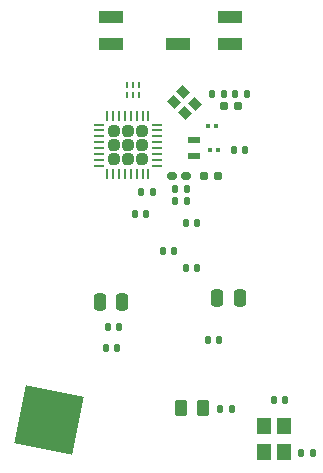
<source format=gbr>
G04 #@! TF.GenerationSoftware,KiCad,Pcbnew,(6.0.4)*
G04 #@! TF.CreationDate,2022-07-14T10:50:46-04:00*
G04 #@! TF.ProjectId,xxxkit_design,7261746b-6974-45f6-9465-7369676e2e6b,xxxKit2022_proA*
G04 #@! TF.SameCoordinates,PX41672a0PY65bcec0*
G04 #@! TF.FileFunction,Paste,Bot*
G04 #@! TF.FilePolarity,Positive*
%FSLAX46Y46*%
G04 Gerber Fmt 4.6, Leading zero omitted, Abs format (unit mm)*
G04 Created by KiCad (PCBNEW (6.0.4)) date 2022-07-14 10:50:46*
%MOMM*%
%LPD*%
G01*
G04 APERTURE LIST*
G04 Aperture macros list*
%AMRoundRect*
0 Rectangle with rounded corners*
0 $1 Rounding radius*
0 $2 $3 $4 $5 $6 $7 $8 $9 X,Y pos of 4 corners*
0 Add a 4 corners polygon primitive as box body*
4,1,4,$2,$3,$4,$5,$6,$7,$8,$9,$2,$3,0*
0 Add four circle primitives for the rounded corners*
1,1,$1+$1,$2,$3*
1,1,$1+$1,$4,$5*
1,1,$1+$1,$6,$7*
1,1,$1+$1,$8,$9*
0 Add four rect primitives between the rounded corners*
20,1,$1+$1,$2,$3,$4,$5,0*
20,1,$1+$1,$4,$5,$6,$7,0*
20,1,$1+$1,$6,$7,$8,$9,0*
20,1,$1+$1,$8,$9,$2,$3,0*%
%AMRotRect*
0 Rectangle, with rotation*
0 The origin of the aperture is its center*
0 $1 length*
0 $2 width*
0 $3 Rotation angle, in degrees counterclockwise*
0 Add horizontal line*
21,1,$1,$2,0,0,$3*%
G04 Aperture macros list end*
%ADD10RotRect,5.000000X5.000000X78.690000*%
%ADD11R,1.200000X1.400000*%
%ADD12RoundRect,0.140000X0.140000X0.170000X-0.140000X0.170000X-0.140000X-0.170000X0.140000X-0.170000X0*%
%ADD13RoundRect,0.140000X-0.140000X-0.170000X0.140000X-0.170000X0.140000X0.170000X-0.140000X0.170000X0*%
%ADD14RoundRect,0.242500X-0.242500X-0.242500X0.242500X-0.242500X0.242500X0.242500X-0.242500X0.242500X0*%
%ADD15RoundRect,0.062500X-0.337500X-0.062500X0.337500X-0.062500X0.337500X0.062500X-0.337500X0.062500X0*%
%ADD16RoundRect,0.062500X-0.062500X-0.337500X0.062500X-0.337500X0.062500X0.337500X-0.062500X0.337500X0*%
%ADD17RoundRect,0.135000X-0.135000X-0.185000X0.135000X-0.185000X0.135000X0.185000X-0.135000X0.185000X0*%
%ADD18RoundRect,0.079500X-0.079500X-0.100500X0.079500X-0.100500X0.079500X0.100500X-0.079500X0.100500X0*%
%ADD19RoundRect,0.250000X0.250000X0.475000X-0.250000X0.475000X-0.250000X-0.475000X0.250000X-0.475000X0*%
%ADD20R,0.266700X0.548640*%
%ADD21RoundRect,0.160000X0.222500X0.160000X-0.222500X0.160000X-0.222500X-0.160000X0.222500X-0.160000X0*%
%ADD22RoundRect,0.160000X-0.197500X-0.160000X0.197500X-0.160000X0.197500X0.160000X-0.197500X0.160000X0*%
%ADD23R,2.000000X1.000000*%
%ADD24RoundRect,0.250000X0.262500X0.450000X-0.262500X0.450000X-0.262500X-0.450000X0.262500X-0.450000X0*%
%ADD25R,1.100000X0.600000*%
%ADD26RotRect,0.900000X0.800000X135.000000*%
G04 APERTURE END LIST*
D10*
G04 #@! TO.C,J51*
X11074400Y20497800D03*
G04 #@! TD*
D11*
G04 #@! TO.C,Y50*
X29198200Y17823000D03*
X29198200Y20023000D03*
X30898200Y20023000D03*
X30898200Y17823000D03*
G04 #@! TD*
D12*
G04 #@! TO.C,C2*
X22705000Y39039800D03*
X21745000Y39039800D03*
G04 #@! TD*
D13*
G04 #@! TO.C,C56*
X32387600Y17729200D03*
X33347600Y17729200D03*
G04 #@! TD*
D14*
G04 #@! TO.C,U1*
X18903800Y42564200D03*
X18903800Y44964200D03*
X17703800Y43764200D03*
X17703800Y42564200D03*
X16503800Y44964200D03*
X16503800Y42564200D03*
X18903800Y43764200D03*
X16503800Y43764200D03*
X17703800Y44964200D03*
D15*
X15253800Y42014200D03*
X15253800Y42514200D03*
X15253800Y43014200D03*
X15253800Y43514200D03*
X15253800Y44014200D03*
X15253800Y44514200D03*
X15253800Y45014200D03*
X15253800Y45514200D03*
D16*
X15953800Y46214200D03*
X16453800Y46214200D03*
X16953800Y46214200D03*
X17453800Y46214200D03*
X17953800Y46214200D03*
X18453800Y46214200D03*
X18953800Y46214200D03*
X19453800Y46214200D03*
D15*
X20153800Y45514200D03*
X20153800Y45014200D03*
X20153800Y44514200D03*
X20153800Y44014200D03*
X20153800Y43514200D03*
X20153800Y43014200D03*
X20153800Y42514200D03*
X20153800Y42014200D03*
D16*
X19453800Y41314200D03*
X18953800Y41314200D03*
X18453800Y41314200D03*
X17953800Y41314200D03*
X17453800Y41314200D03*
X16953800Y41314200D03*
X16453800Y41314200D03*
X15953800Y41314200D03*
G04 #@! TD*
D12*
G04 #@! TO.C,C69*
X23568600Y33324800D03*
X22608600Y33324800D03*
G04 #@! TD*
D13*
G04 #@! TO.C,C71*
X25552400Y21463000D03*
X26512400Y21463000D03*
G04 #@! TD*
D17*
G04 #@! TO.C,C3*
X18819400Y39827200D03*
X19839400Y39827200D03*
G04 #@! TD*
D18*
G04 #@! TO.C,C4*
X24674000Y43357800D03*
X25364000Y43357800D03*
G04 #@! TD*
D19*
G04 #@! TO.C,C68*
X27188200Y30784800D03*
X25288200Y30784800D03*
G04 #@! TD*
D20*
G04 #@! TO.C,AT1*
X18694400Y48038512D03*
X18186400Y48038512D03*
X17678400Y48038512D03*
X17678400Y48837088D03*
X18186400Y48837088D03*
X18694400Y48837088D03*
G04 #@! TD*
D12*
G04 #@! TO.C,C12*
X19250600Y37896800D03*
X18290600Y37896800D03*
G04 #@! TD*
D21*
G04 #@! TO.C,L1*
X22619700Y41148000D03*
X21474700Y41148000D03*
G04 #@! TD*
D22*
G04 #@! TO.C,R1*
X24167500Y41148000D03*
X25362500Y41148000D03*
G04 #@! TD*
D13*
G04 #@! TO.C,C55*
X30076200Y22199600D03*
X31036200Y22199600D03*
G04 #@! TD*
D19*
G04 #@! TO.C,C65*
X17256800Y30505400D03*
X15356800Y30505400D03*
G04 #@! TD*
D12*
G04 #@! TO.C,C66*
X16786800Y26619200D03*
X15826800Y26619200D03*
G04 #@! TD*
G04 #@! TO.C,C14*
X27658000Y43357800D03*
X26698000Y43357800D03*
G04 #@! TD*
G04 #@! TO.C,C10*
X25829200Y48082200D03*
X24869200Y48082200D03*
G04 #@! TD*
D23*
G04 #@! TO.C,AE1*
X16260600Y54591600D03*
X16260600Y52291600D03*
X21960600Y52291600D03*
X26360600Y52291600D03*
X26360600Y54591600D03*
G04 #@! TD*
D22*
G04 #@! TO.C,R2*
X25869300Y47040800D03*
X27064300Y47040800D03*
G04 #@! TD*
D12*
G04 #@! TO.C,C15*
X21638200Y34798000D03*
X20678200Y34798000D03*
G04 #@! TD*
G04 #@! TO.C,C16*
X23594000Y37185600D03*
X22634000Y37185600D03*
G04 #@! TD*
D18*
G04 #@! TO.C,C5*
X24521600Y45364400D03*
X25211600Y45364400D03*
G04 #@! TD*
D12*
G04 #@! TO.C,C67*
X16964600Y28371800D03*
X16004600Y28371800D03*
G04 #@! TD*
D24*
G04 #@! TO.C,C70*
X24077300Y21513800D03*
X22252300Y21513800D03*
G04 #@! TD*
D25*
G04 #@! TO.C,Y2*
X23339150Y42839050D03*
X23339150Y44239050D03*
G04 #@! TD*
D13*
G04 #@! TO.C,C63*
X24462800Y27305000D03*
X25422800Y27305000D03*
G04 #@! TD*
D12*
G04 #@! TO.C,C1*
X22705000Y40081200D03*
X21745000Y40081200D03*
G04 #@! TD*
D26*
G04 #@! TO.C,Y1*
X22590183Y46466183D03*
X21600234Y47456132D03*
X22378051Y48233949D03*
X23368000Y47244000D03*
G04 #@! TD*
D12*
G04 #@! TO.C,C11*
X27785000Y48082200D03*
X26825000Y48082200D03*
G04 #@! TD*
M02*

</source>
